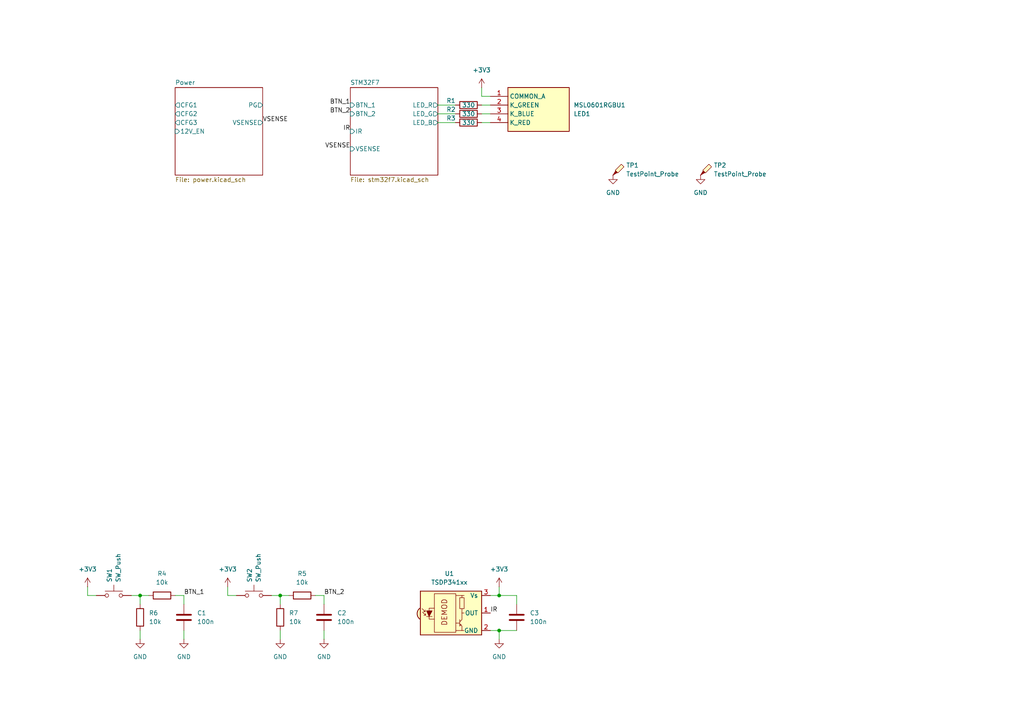
<source format=kicad_sch>
(kicad_sch (version 20231120) (generator "eeschema") (generator_version "8.0")
  (paper "A4")
  (title_block (title "Laser front-end base board") (date "2024-09-07"))
  (lib_symbols
    (symbol "Connector:TestPoint_Probe" (pin_numbers hide) (pin_names (offset 0.762) hide)
      (property "Reference" "TP" (at 1.651 5.842 0))
      (property "Value" "TestPoint_Probe" (at 1.651 4.064 0))
      (symbol "TestPoint_Probe_0_1"
        (polyline (pts (xy 1.27 0.762) (xy 0 0) (xy 0.762 1.27) (xy 1.27 0.762)) (fill (type outline)))
        (polyline (pts (xy 1.397 0.635) (xy 0.635 1.397) (xy 2.413 3.175) (xy 3.175 2.413) (xy 1.397 0.635)) (fill (type background)))
      )
      (symbol "TestPoint_Probe_1_1"
        (pin passive line (at 0 0 90) (length 0) (name "1") (number "1"))
      )
    )
    (symbol "Device:C" (pin_numbers hide) (pin_names (offset 0.254))
      (property "Reference" "C" (at 0.635 2.54 0))
      (property "Value" "C" (at 0.635 -2.54 0))
      (symbol "C_0_1"
        (polyline (pts (xy -2.032 -0.762) (xy 2.032 -0.762)) (stroke (width 0.508)))
        (polyline (pts (xy -2.032 0.762) (xy 2.032 0.762)) (stroke (width 0.508)))
      )
      (symbol "C_1_1"
        (pin passive line (at 0 3.81 270) (length 2.794) (name "~") (number "1"))
        (pin passive line (at 0 -3.81 90) (length 2.794) (name "~") (number "2"))
      )
    )
    (symbol "Device:R" (pin_numbers hide) (pin_names (offset 0))
      (property "Reference" "R" (at 2.032 0 90))
      (property "Value" "R" (at 0 0 90))
      (symbol "R_0_1"
        (rectangle (start -1.016 -2.54) (end 1.016 2.54) (stroke (width 0.254)))
      )
      (symbol "R_1_1"
        (pin passive line (at 0 3.81 270) (length 1.27) (name "~") (number "1"))
        (pin passive line (at 0 -3.81 90) (length 1.27) (name "~") (number "2"))
      )
    )
    (symbol "Interface_Optical:TSDP341xx" (pin_names (offset 1.016))
      (property "Reference" "U" (at -10.16 7.62 0))
      (property "Value" "TSDP341xx" (at -10.16 -7.62 0))
      (symbol "TSDP341xx_0_0"
        (arc (start -10.287 1.397) (mid -11.0899 -0.1852) (end -10.287 -1.778) (stroke (width 0.254)) (fill (type background)))
        (polyline (pts (xy 1.905 -5.08) (xy 0.127 -5.08)))
        (polyline (pts (xy 1.905 5.08) (xy 0.127 5.08)))
        (text "DEMOD" (at -3.175 0.254 900) (effects (font (size 1.524 1.524))))
      )
      (symbol "TSDP341xx_0_1"
        (rectangle (start -6.096 5.588) (end 0.127 -5.588))
        (polyline (pts (xy -8.763 0.381) (xy -9.652 1.27)))
        (polyline (pts (xy -8.763 0.381) (xy -9.271 0.381)))
        (polyline (pts (xy -8.763 0.381) (xy -8.763 0.889)))
        (polyline (pts (xy -8.636 -0.635) (xy -9.525 0.254)))
        (polyline (pts (xy -8.636 -0.635) (xy -9.144 -0.635)))
        (polyline (pts (xy -8.636 -0.635) (xy -8.636 -0.127)))
        (polyline (pts (xy -8.382 -1.016) (xy -6.731 -1.016)))
        (polyline (pts (xy 1.27 -2.921) (xy 0.127 -2.921)))
        (polyline (pts (xy 1.27 -1.905) (xy 1.27 -3.81)))
        (polyline (pts (xy 1.397 -3.556) (xy 1.524 -3.556)))
        (polyline (pts (xy 1.651 -3.556) (xy 1.524 -3.556)))
        (polyline (pts (xy 1.651 -3.556) (xy 1.651 -3.302)))
        (polyline (pts (xy 1.905 0) (xy 1.905 1.27)))
        (polyline (pts (xy 1.905 4.445) (xy 1.905 5.08) (xy 2.54 5.08)))
        (polyline (pts (xy -8.382 0.635) (xy -6.731 0.635) (xy -7.62 -1.016) (xy -8.382 0.635)) (fill (type outline)))
        (polyline (pts (xy -6.096 1.397) (xy -7.62 1.397) (xy -7.62 -1.778) (xy -6.096 -1.778)))
        (polyline (pts (xy 1.27 -3.175) (xy 1.905 -3.81) (xy 1.905 -5.08) (xy 2.54 -5.08)))
        (polyline (pts (xy 1.27 -2.54) (xy 1.905 -1.905) (xy 1.905 0) (xy 2.54 0)))
        (rectangle (start 2.54 1.27) (end 1.27 4.445))
        (rectangle (start 7.62 6.35) (end -10.16 -6.35) (stroke (width 0.254)) (fill (type background)))
      )
      (symbol "TSDP341xx_1_1"
        (pin output line (at 10.16 0 180) (length 2.54) (name "OUT") (number "1"))
        (pin power_in line (at 10.16 -5.08 180) (length 2.54) (name "GND") (number "2"))
        (pin power_in line (at 10.16 5.08 180) (length 2.54) (name "Vs") (number "3"))
      )
    )
    (symbol "MSL0601RGBU1:MSL0601RGBU1"
      (property "Reference" "LED" (at 24.13 7.62 0))
      (property "Value" "MSL0601RGBU1" (at 24.13 5.08 0))
      (symbol "MSL0601RGBU1_1_1"
        (rectangle (start 5.08 2.54) (end 22.86 -10.16) (stroke (width 0.254)) (fill (type background)))
        (pin passive line (at 0 -7.62 0) (length 5.08) (name "COMMON_A") (number "1"))
        (pin passive line (at 0 -5.08 0) (length 5.08) (name "K_GREEN") (number "2"))
        (pin passive line (at 0 -2.54 0) (length 5.08) (name "K_BLUE") (number "3"))
        (pin passive line (at 0 0 0) (length 5.08) (name "K_RED") (number "4"))
      )
    )
    (symbol "Switch:SW_Push" (pin_numbers hide) (pin_names (offset 1.016) hide)
      (property "Reference" "SW" (at 1.27 2.54 0))
      (property "Value" "SW_Push" (at 0 -1.524 0))
      (symbol "SW_Push_0_1"
        (circle (center -2.032 0) (radius 0.508))
        (polyline (pts (xy 0 1.27) (xy 0 3.048)))
        (polyline (pts (xy 2.54 1.27) (xy -2.54 1.27)))
        (circle (center 2.032 0) (radius 0.508))
        (pin passive line (at -5.08 0 0) (length 2.54) (name "1") (number "1"))
        (pin passive line (at 5.08 0 180) (length 2.54) (name "2") (number "2"))
      )
    )
    (symbol "power:+3V3" (power) (pin_numbers hide) (pin_names (offset 0) hide)
      (property "Value" "+3V3" (at 0 3.556 0))
      (symbol "+3V3_0_1"
        (polyline (pts (xy -0.762 1.27) (xy 0 2.54)))
        (polyline (pts (xy 0 0) (xy 0 2.54)))
        (polyline (pts (xy 0 2.54) (xy 0.762 1.27)))
      )
      (symbol "+3V3_1_1"
        (pin power_in line (at 0 0 90) (length 0) (name "~") (number "1"))
      )
    )
    (symbol "power:GND" (power) (pin_numbers hide) (pin_names (offset 0) hide)
      (property "Value" "GND" (at 0 -3.81 0))
      (symbol "GND_0_1"
        (polyline (pts (xy 0 0) (xy 0 -1.27) (xy 1.27 -1.27) (xy 0 -2.54) (xy -1.27 -1.27) (xy 0 -1.27)))
      )
      (symbol "GND_1_1"
        (pin power_in line (at 0 0 270) (length 0) (name "~") (number "1"))
      )
    )
  )
  (junction (at 144.78 182.88))
  (junction (at 144.78 172.72))
  (junction (at 40.64 172.72))
  (junction (at 81.28 172.72))
  (wire (pts (xy 142.24 35.56) (xy 139.7 35.56)))
  (wire (pts (xy 40.64 182.88) (xy 40.64 185.42)))
  (wire (pts (xy 40.64 172.72) (xy 43.18 172.72)))
  (wire (pts (xy 139.7 27.94) (xy 142.24 27.94)))
  (wire (pts (xy 93.98 172.72) (xy 93.98 175.26)))
  (wire (pts (xy 53.34 182.88) (xy 53.34 185.42)))
  (wire (pts (xy 78.74 172.72) (xy 81.28 172.72)))
  (wire (pts (xy 144.78 172.72) (xy 149.86 172.72)))
  (wire (pts (xy 53.34 172.72) (xy 53.34 175.26)))
  (wire (pts (xy 93.98 182.88) (xy 93.98 185.42)))
  (wire (pts (xy 139.7 25.4) (xy 139.7 27.94)))
  (wire (pts (xy 81.28 172.72) (xy 81.28 175.26)))
  (wire (pts (xy 81.28 172.72) (xy 83.82 172.72)))
  (wire (pts (xy 27.94 172.72) (xy 25.4 172.72)))
  (wire (pts (xy 127 33.02) (xy 132.08 33.02)))
  (wire (pts (xy 142.24 30.48) (xy 139.7 30.48)))
  (wire (pts (xy 142.24 33.02) (xy 139.7 33.02)))
  (wire (pts (xy 66.04 170.18) (xy 66.04 172.72)))
  (wire (pts (xy 142.24 172.72) (xy 144.78 172.72)))
  (wire (pts (xy 50.8 172.72) (xy 53.34 172.72)))
  (wire (pts (xy 38.1 172.72) (xy 40.64 172.72)))
  (wire (pts (xy 149.86 172.72) (xy 149.86 175.26)))
  (wire (pts (xy 149.86 182.88) (xy 144.78 182.88)))
  (wire (pts (xy 25.4 172.72) (xy 25.4 170.18)))
  (wire (pts (xy 127 30.48) (xy 132.08 30.48)))
  (wire (pts (xy 81.28 182.88) (xy 81.28 185.42)))
  (wire (pts (xy 66.04 172.72) (xy 68.58 172.72)))
  (wire (pts (xy 144.78 182.88) (xy 144.78 185.42)))
  (wire (pts (xy 91.44 172.72) (xy 93.98 172.72)))
  (wire (pts (xy 144.78 172.72) (xy 144.78 170.18)))
  (wire (pts (xy 142.24 182.88) (xy 144.78 182.88)))
  (wire (pts (xy 127 35.56) (xy 132.08 35.56)))
  (wire (pts (xy 40.64 175.26) (xy 40.64 172.72)))
  (label "BTN_1" (at 101.6 30.48 180))
  (label "IR" (at 101.6 38.1 180))
  (label "BTN_2" (at 101.6 33.02 180))
  (label "VSENSE" (at 76.2 35.56 0))
  (label "BTN_2" (at 93.98 172.72 0))
  (label "IR" (at 142.24 177.8 0))
  (label "VSENSE" (at 101.6 43.18 180))
  (label "BTN_1" (at 53.34 172.72 0))
  (symbol (lib_id "power:GND") (at 144.78 185.42 0) (unit 1)
    (property "Reference" "#PWR011" (effects (hide yes)))
    (property "Value" "GND" (at 144.78 190.5 0))
    (property "Description" "Power symbol creates a global label with name \"GND\" , ground" (effects (hide yes)))
  )
  (symbol (lib_id "Device:R") (at 46.99 172.72 90) (unit 1)
    (property "Reference" "R4" (at 46.99 166.37 90))
    (property "Value" "10k" (at 46.99 168.91 90))
    (property "Footprint" "Resistor_SMD:R_0805_2012Metric" (effects (hide yes)))
    (property "Description" "Resistor" (effects (hide yes)))
  )
  (symbol (lib_id "Interface_Optical:TSDP341xx") (at 132.08 177.8 0) (unit 1)
    (property "Reference" "U1" (at 130.345 166.37 0))
    (property "Value" "TSDP341xx" (at 130.345 168.91 0))
    (property "Footprint" "OptoDevice:Vishay_MOLD-3Pin" (effects (hide yes)))
    (property "Datasheet" "http://www.vishay.com/docs/82667/tsdp341.pdf" (effects (hide yes)))
    (property "Description" "IR Receiver Modules for Data Transmission" (effects (hide yes)))
  )
  (symbol (lib_id "power:GND") (at 40.64 185.42 0) (unit 1)
    (property "Reference" "#PWR07" (effects (hide yes)))
    (property "Value" "GND" (at 40.64 190.5 0))
    (property "Description" "Power symbol creates a global label with name \"GND\" , ground" (effects (hide yes)))
  )
  (symbol (lib_id "power:GND") (at 53.34 185.42 0) (unit 1)
    (property "Reference" "#PWR08" (effects (hide yes)))
    (property "Value" "GND" (at 53.34 190.5 0))
    (property "Description" "Power symbol creates a global label with name \"GND\" , ground" (effects (hide yes)))
  )
  (symbol (lib_id "power:+3V3") (at 25.4 170.18 0) (unit 1)
    (property "Reference" "#PWR04" (effects (hide yes)))
    (property "Value" "+3V3" (at 25.4 165.1 0))
    (property "Description" "Power symbol creates a global label with name \"+3V3\"" (effects (hide yes)))
  )
  (symbol (lib_id "Device:R") (at 135.89 33.02 90) (unit 1)
    (property "Reference" "R2" (at 130.81 31.75 90))
    (property "Value" "330" (at 135.89 33.02 90))
    (property "Footprint" "Resistor_SMD:R_0805_2012Metric" (effects (hide yes)))
    (property "Description" "Resistor" (effects (hide yes)))
  )
  (symbol (lib_id "Device:R") (at 135.89 30.48 90) (unit 1)
    (property "Reference" "R1" (at 130.81 29.21 90))
    (property "Value" "330" (at 135.89 30.48 90))
    (property "Footprint" "Resistor_SMD:R_0805_2012Metric" (effects (hide yes)))
    (property "Description" "Resistor" (effects (hide yes)))
  )
  (symbol (lib_id "power:+3V3") (at 66.04 170.18 0) (unit 1)
    (property "Reference" "#PWR05" (effects (hide yes)))
    (property "Value" "+3V3" (at 66.04 165.1 0))
    (property "Description" "Power symbol creates a global label with name \"+3V3\"" (effects (hide yes)))
  )
  (symbol (lib_id "Device:R") (at 81.28 179.07 0) (unit 1)
    (property "Reference" "R7" (at 83.82 177.7999 0) (effects (justify left)))
    (property "Value" "10k" (at 83.82 180.3399 0) (effects (justify left)))
    (property "Footprint" "Resistor_SMD:R_0805_2012Metric" (effects (hide yes)))
    (property "Description" "Resistor" (effects (hide yes)))
  )
  (symbol (lib_id "power:GND") (at 93.98 185.42 0) (unit 1)
    (property "Reference" "#PWR010" (effects (hide yes)))
    (property "Value" "GND" (at 93.98 190.5 0))
    (property "Description" "Power symbol creates a global label with name \"GND\" , ground" (effects (hide yes)))
  )
  (symbol (lib_id "Device:R") (at 87.63 172.72 90) (unit 1)
    (property "Reference" "R5" (at 87.63 166.37 90))
    (property "Value" "10k" (at 87.63 168.91 90))
    (property "Footprint" "Resistor_SMD:R_0805_2012Metric" (effects (hide yes)))
    (property "Description" "Resistor" (effects (hide yes)))
  )
  (symbol (lib_id "Device:C") (at 149.86 179.07 0) (unit 1)
    (property "Reference" "C3" (at 153.67 177.7999 0) (effects (justify left)))
    (property "Value" "100n" (at 153.67 180.3399 0) (effects (justify left)))
    (property "Footprint" "Capacitor_SMD:C_0603_1608Metric" (effects (hide yes)))
    (property "Description" "Unpolarized capacitor" (effects (hide yes)))
  )
  (symbol (lib_id "power:GND") (at 81.28 185.42 0) (unit 1)
    (property "Reference" "#PWR09" (effects (hide yes)))
    (property "Value" "GND" (at 81.28 190.5 0))
    (property "Description" "Power symbol creates a global label with name \"GND\" , ground" (effects (hide yes)))
  )
  (symbol (lib_id "Device:C") (at 53.34 179.07 0) (unit 1)
    (property "Reference" "C1" (at 57.15 177.7999 0) (effects (justify left)))
    (property "Value" "100n" (at 57.15 180.3399 0) (effects (justify left)))
    (property "Footprint" "Capacitor_SMD:C_0603_1608Metric" (effects (hide yes)))
    (property "Description" "Unpolarized capacitor" (effects (hide yes)))
  )
  (symbol (lib_id "Connector:TestPoint_Probe") (at 203.2 50.8 0) (unit 1)
    (property "Reference" "TP2" (at 207.01 47.9424 0) (effects (justify left)))
    (property "Value" "TestPoint_Probe" (at 207.01 50.4824 0) (effects (justify left)))
    (property "Footprint" "TestPoint:TestPoint_Loop_D3.80mm_Drill2.8mm" (effects (hide yes)))
    (property "Description" "test point (alternative probe-style design)" (effects (hide yes)))
  )
  (symbol (lib_id "MSL0601RGBU1:MSL0601RGBU1") (at 142.24 35.56 0) (mirror x) (unit 1)
    (property "Reference" "LED1" (at 166.37 33.02 0) (effects (justify left)))
    (property "Value" "MSL0601RGBU1" (at 166.37 30.48 0) (effects (justify left)))
    (property "Footprint" "Library:MSL0601RGBU1" (effects (hide yes)))
    (property "Datasheet" "https://datasheet.datasheetarchive.com/originals/distributors/DKDS42/DSANUWW0049811.pdf" (effects (hide yes)))
    (property "Description" "Standard LEDs - SMD RGB 625/527/470nm 700/1250/360mcd 1105" (effects (hide yes)))
    (property "Height" "1.35" (effects (hide yes)))
    (property "Mouser Part Number" "755-MSL0601RGBU1" (effects (hide yes)))
    (property "Mouser Price/Stock" "https://www.mouser.co.uk/ProductDetail/ROHM-Semiconductor/MSL0601RGBU1?qs=F5EMLAvA7IAg0rK0mfHa6w%3D%3D" (effects (hide yes)))
    (property "Manufacturer_Name" "ROHM Semiconductor" (effects (hide yes)))
    (property "Manufacturer_Part_Number" "MSL0601RGBU1" (effects (hide yes)))
  )
  (symbol (lib_id "Connector:TestPoint_Probe") (at 177.8 50.8 0) (unit 1)
    (property "Reference" "TP1" (at 181.61 47.9424 0) (effects (justify left)))
    (property "Value" "TestPoint_Probe" (at 181.61 50.4824 0) (effects (justify left)))
    (property "Footprint" "TestPoint:TestPoint_Loop_D3.80mm_Drill2.8mm" (effects (hide yes)))
    (property "Description" "test point (alternative probe-style design)" (effects (hide yes)))
  )
  (symbol (lib_id "Switch:SW_Push") (at 73.66 172.72 0) (unit 1)
    (property "Reference" "SW2" (at 72.39 168.91 90) (effects (justify left)))
    (property "Value" "SW_Push" (at 74.93 168.91 90) (effects (justify left)))
    (property "Footprint" "Button_Switch_SMD:SW_Push_1P1T_NO_6x6mm_H9.5mm" (effects (hide yes)))
    (property "Description" "Push button switch, generic, two pins" (effects (hide yes)))
  )
  (symbol (lib_id "Switch:SW_Push") (at 33.02 172.72 0) (unit 1)
    (property "Reference" "SW1" (at 31.75 168.91 90) (effects (justify left)))
    (property "Value" "SW_Push" (at 34.29 168.91 90) (effects (justify left)))
    (property "Footprint" "Button_Switch_SMD:SW_Push_1P1T_NO_6x6mm_H9.5mm" (effects (hide yes)))
    (property "Description" "Push button switch, generic, two pins" (effects (hide yes)))
  )
  (symbol (lib_id "power:+3V3") (at 144.78 170.18 0) (unit 1)
    (property "Reference" "#PWR06" (effects (hide yes)))
    (property "Value" "+3V3" (at 144.78 165.1 0))
    (property "Description" "Power symbol creates a global label with name \"+3V3\"" (effects (hide yes)))
  )
  (symbol (lib_id "power:+3V3") (at 139.7 25.4 0) (unit 1)
    (property "Reference" "#PWR01" (effects (hide yes)))
    (property "Value" "+3V3" (at 139.7 20.32 0))
    (property "Description" "Power symbol creates a global label with name \"+3V3\"" (effects (hide yes)))
  )
  (symbol (lib_id "Device:C") (at 93.98 179.07 0) (unit 1)
    (property "Reference" "C2" (at 97.79 177.7999 0) (effects (justify left)))
    (property "Value" "100n" (at 97.79 180.3399 0) (effects (justify left)))
    (property "Footprint" "Capacitor_SMD:C_0603_1608Metric" (effects (hide yes)))
    (property "Description" "Unpolarized capacitor" (effects (hide yes)))
  )
  (symbol (lib_id "Device:R") (at 135.89 35.56 90) (unit 1)
    (property "Reference" "R3" (at 130.81 34.29 90))
    (property "Value" "330" (at 135.89 35.56 90))
    (property "Footprint" "Resistor_SMD:R_0805_2012Metric" (effects (hide yes)))
    (property "Description" "Resistor" (effects (hide yes)))
  )
  (symbol (lib_id "Device:R") (at 40.64 179.07 0) (unit 1)
    (property "Reference" "R6" (at 43.18 177.7999 0) (effects (justify left)))
    (property "Value" "10k" (at 43.18 180.3399 0) (effects (justify left)))
    (property "Footprint" "Resistor_SMD:R_0805_2012Metric" (effects (hide yes)))
    (property "Description" "Resistor" (effects (hide yes)))
  )
  (symbol (lib_id "power:GND") (at 177.8 50.8 0) (unit 1)
    (property "Reference" "#PWR02" (effects (hide yes)))
    (property "Value" "GND" (at 177.8 55.88 0))
    (property "Description" "Power symbol creates a global label with name \"GND\" , ground" (effects (hide yes)))
  )
  (symbol (lib_id "power:GND") (at 203.2 50.8 0) (unit 1)
    (property "Reference" "#PWR03" (effects (hide yes)))
    (property "Value" "GND" (at 203.2 55.88 0))
    (property "Description" "Power symbol creates a global label with name \"GND\" , ground" (effects (hide yes)))
  )
  (sheet (at 50.8 25.4) (size 25.4 25.4) (stroke (width 0.1524))
    (property "Sheetname" "Power" (at 50.8 24.6884 0) (effects (justify left bottom)))
    (property "Sheetfile" "power.kicad_sch" (at 50.8 51.3846 0) (effects (justify left top)))
    (pin "PG" output (at 76.2 30.48 0))
    (pin "CFG1" output (at 50.8 30.48 180))
    (pin "CFG2" output (at 50.8 33.02 180))
    (pin "CFG3" output (at 50.8 35.56 180))
    (pin "12V_EN" input (at 50.8 38.1 180))
    (pin "VSENSE" output (at 76.2 35.56 0))
  )
  (sheet (at 101.6 25.4) (size 25.4 25.4) (stroke (width 0.1524))
    (property "Sheetname" "STM32F7" (at 101.6 24.6884 0) (effects (justify left bottom)))
    (property "Sheetfile" "stm32f7.kicad_sch" (at 101.6 51.3846 0) (effects (justify left top)))
    (pin "LED_B" output (at 127 35.56 0))
    (pin "LED_R" output (at 127 30.48 0))
    (pin "LED_G" output (at 127 33.02 0))
    (pin "BTN_1" input (at 101.6 30.48 180))
    (pin "BTN_2" input (at 101.6 33.02 180))
    (pin "IR" input (at 101.6 38.1 180))
    (pin "VSENSE" input (at 101.6 43.18 180))
  )
)
</source>
